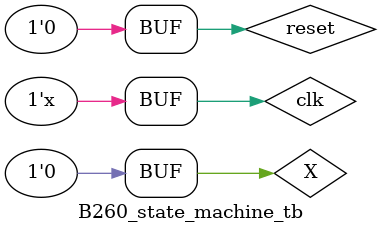
<source format=v>
`timescale 1ns / 1ps


module B260_state_machine_tb;

	// Inputs
	reg clk;
	reg reset;
	reg X;

	// Outputs
	wire Y;

	// Instantiate the Unit Under Test (UUT)
	state_machine uut (
		.clk(clk), 
		.reset(reset), 
		.X(X), 
		.Y(Y) 
	);

	initial begin
		// Initialize Inputs
		clk = 0;
		reset = 0;
		X = 0;

		// Wait 100 ns for global reset to finish
		#100;
        
		// Add stimulus here
		X = 1;
		#50;
		X = 0;
		#50;
		X = 1;
		#6;
		X = 0;
		#3;
		X = 1;
		#50;
		X = 0;

	end
   
	always
		#5 clk = ~clk;
endmodule
</source>
